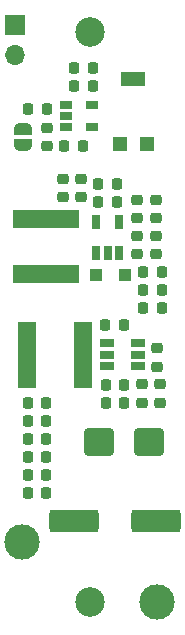
<source format=gbr>
%TF.GenerationSoftware,KiCad,Pcbnew,8.0.4*%
%TF.CreationDate,2024-09-22T15:29:47+02:00*%
%TF.ProjectId,dc_64a,64635f36-3461-42e6-9b69-6361645f7063,rev?*%
%TF.SameCoordinates,Original*%
%TF.FileFunction,Soldermask,Top*%
%TF.FilePolarity,Negative*%
%FSLAX46Y46*%
G04 Gerber Fmt 4.6, Leading zero omitted, Abs format (unit mm)*
G04 Created by KiCad (PCBNEW 8.0.4) date 2024-09-22 15:29:47*
%MOMM*%
%LPD*%
G01*
G04 APERTURE LIST*
G04 Aperture macros list*
%AMRoundRect*
0 Rectangle with rounded corners*
0 $1 Rounding radius*
0 $2 $3 $4 $5 $6 $7 $8 $9 X,Y pos of 4 corners*
0 Add a 4 corners polygon primitive as box body*
4,1,4,$2,$3,$4,$5,$6,$7,$8,$9,$2,$3,0*
0 Add four circle primitives for the rounded corners*
1,1,$1+$1,$2,$3*
1,1,$1+$1,$4,$5*
1,1,$1+$1,$6,$7*
1,1,$1+$1,$8,$9*
0 Add four rect primitives between the rounded corners*
20,1,$1+$1,$2,$3,$4,$5,0*
20,1,$1+$1,$4,$5,$6,$7,0*
20,1,$1+$1,$6,$7,$8,$9,0*
20,1,$1+$1,$8,$9,$2,$3,0*%
%AMFreePoly0*
4,1,19,0.500000,-0.750000,0.000000,-0.750000,0.000000,-0.744911,-0.071157,-0.744911,-0.207708,-0.704816,-0.327430,-0.627875,-0.420627,-0.520320,-0.479746,-0.390866,-0.500000,-0.250000,-0.500000,0.250000,-0.479746,0.390866,-0.420627,0.520320,-0.327430,0.627875,-0.207708,0.704816,-0.071157,0.744911,0.000000,0.744911,0.000000,0.750000,0.500000,0.750000,0.500000,-0.750000,0.500000,-0.750000,
$1*%
%AMFreePoly1*
4,1,19,0.000000,0.744911,0.071157,0.744911,0.207708,0.704816,0.327430,0.627875,0.420627,0.520320,0.479746,0.390866,0.500000,0.250000,0.500000,-0.250000,0.479746,-0.390866,0.420627,-0.520320,0.327430,-0.627875,0.207708,-0.704816,0.071157,-0.744911,0.000000,-0.744911,0.000000,-0.750000,-0.500000,-0.750000,-0.500000,0.750000,0.000000,0.750000,0.000000,0.744911,0.000000,0.744911,
$1*%
G04 Aperture macros list end*
%ADD10RoundRect,0.218750X-0.218750X-0.256250X0.218750X-0.256250X0.218750X0.256250X-0.218750X0.256250X0*%
%ADD11R,1.220000X0.650000*%
%ADD12RoundRect,0.218750X0.256250X-0.218750X0.256250X0.218750X-0.256250X0.218750X-0.256250X-0.218750X0*%
%ADD13RoundRect,0.218750X0.218750X0.256250X-0.218750X0.256250X-0.218750X-0.256250X0.218750X-0.256250X0*%
%ADD14RoundRect,0.250000X-1.825000X-0.700000X1.825000X-0.700000X1.825000X0.700000X-1.825000X0.700000X0*%
%ADD15RoundRect,0.218750X-0.256250X0.218750X-0.256250X-0.218750X0.256250X-0.218750X0.256250X0.218750X0*%
%ADD16R,1.600000X5.700000*%
%ADD17FreePoly0,270.000000*%
%ADD18FreePoly1,270.000000*%
%ADD19R,1.000000X1.000000*%
%ADD20R,5.700000X1.600000*%
%ADD21C,3.000000*%
%ADD22R,1.700000X1.700000*%
%ADD23O,1.700000X1.700000*%
%ADD24RoundRect,0.250000X-1.000000X-0.900000X1.000000X-0.900000X1.000000X0.900000X-1.000000X0.900000X0*%
%ADD25R,1.300000X1.300000*%
%ADD26R,2.000000X1.300000*%
%ADD27R,0.650000X1.220000*%
%ADD28C,2.500000*%
%ADD29R,1.060000X0.650000*%
G04 APERTURE END LIST*
D10*
X101041000Y-65405000D03*
X102616000Y-65405000D03*
X97536000Y-45212000D03*
X99111000Y-45212000D03*
X94462500Y-66929000D03*
X96037500Y-66929000D03*
D11*
X101147000Y-61915000D03*
X101147000Y-62865000D03*
X101147000Y-63815000D03*
X103767000Y-63815000D03*
X103767000Y-62865000D03*
X103767000Y-61915000D03*
D12*
X104114500Y-66954500D03*
X104114500Y-65379500D03*
D10*
X104241500Y-57429500D03*
X105816500Y-57429500D03*
D13*
X101986500Y-49961800D03*
X100411500Y-49961800D03*
D10*
X94462500Y-69977000D03*
X96037500Y-69977000D03*
D14*
X98379000Y-76962000D03*
X105329000Y-76962000D03*
D15*
X103739000Y-49758500D03*
X103739000Y-51333500D03*
X103739000Y-52806500D03*
X103739000Y-54381500D03*
D16*
X99092000Y-62865000D03*
X94392000Y-62865000D03*
D12*
X97409000Y-49555500D03*
X97409000Y-47980500D03*
D13*
X99974500Y-40132000D03*
X98399500Y-40132000D03*
D10*
X104241500Y-55905500D03*
X105816500Y-55905500D03*
D17*
X94081250Y-43774500D03*
D18*
X94081250Y-45074500D03*
D19*
X102703000Y-56159400D03*
X100203000Y-56159400D03*
D15*
X105638500Y-65379500D03*
X105638500Y-66954500D03*
D20*
X96012000Y-51371000D03*
X96012000Y-56071000D03*
D21*
X93980000Y-78740000D03*
D15*
X105283000Y-52806500D03*
X105283000Y-54381500D03*
D10*
X101041000Y-66929000D03*
X102616000Y-66929000D03*
X104241500Y-58953500D03*
X105816500Y-58953500D03*
X94462500Y-73025000D03*
X96037500Y-73025000D03*
D22*
X93345000Y-34920000D03*
D23*
X93345000Y-37460000D03*
D24*
X100457000Y-70231000D03*
X104757000Y-70231000D03*
D10*
X101009000Y-60325000D03*
X102584000Y-60325000D03*
D12*
X105384500Y-63906500D03*
X105384500Y-62331500D03*
D10*
X94462500Y-68453000D03*
X96037500Y-68453000D03*
D25*
X102228000Y-45041000D03*
D26*
X103378000Y-39541000D03*
D25*
X104528000Y-45041000D03*
D10*
X94462500Y-71501000D03*
X96037500Y-71501000D03*
D27*
X100269000Y-54294500D03*
X101219000Y-54294500D03*
X102169000Y-54294500D03*
X102169000Y-51674500D03*
X100269000Y-51674500D03*
D15*
X105283000Y-49758500D03*
X105283000Y-51333500D03*
D12*
X98933000Y-49555500D03*
X98933000Y-47980500D03*
D13*
X96080500Y-42037000D03*
X94505500Y-42037000D03*
D21*
X105410000Y-83820000D03*
D28*
X99695000Y-83820000D03*
D15*
X96113250Y-43637000D03*
X96113250Y-45212000D03*
D10*
X94462500Y-74549000D03*
X96037500Y-74549000D03*
D28*
X99695000Y-35560000D03*
D13*
X99974500Y-38608000D03*
X98399500Y-38608000D03*
D10*
X100431500Y-48412500D03*
X102006500Y-48412500D03*
D29*
X97706000Y-41722000D03*
X97706000Y-42672000D03*
X97706000Y-43622000D03*
X99906000Y-43622000D03*
X99906000Y-41722000D03*
M02*

</source>
